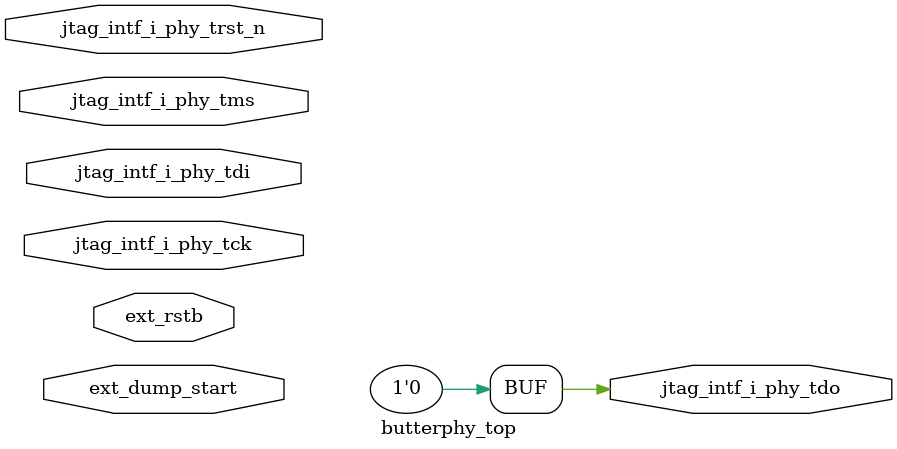
<source format=v>
module butterphy_top (
    input wire jtag_intf_i_phy_tck,
    input wire jtag_intf_i_phy_tdi,
    input wire jtag_intf_i_phy_tms,
    input wire jtag_intf_i_phy_trst_n,
    input wire ext_rstb,
    input wire ext_dump_start,
    output wire jtag_intf_i_phy_tdo
);
    wire unused = jtag_intf_i_phy_tck |
        jtag_intf_i_phy_tdi |
        jtag_intf_i_phy_tms |
        jtag_intf_i_phy_trst_n |
        ext_rstb |
        ext_dump_start;

    assign jtag_intf_i_phy_tdo = 1'b0;
endmodule

</source>
